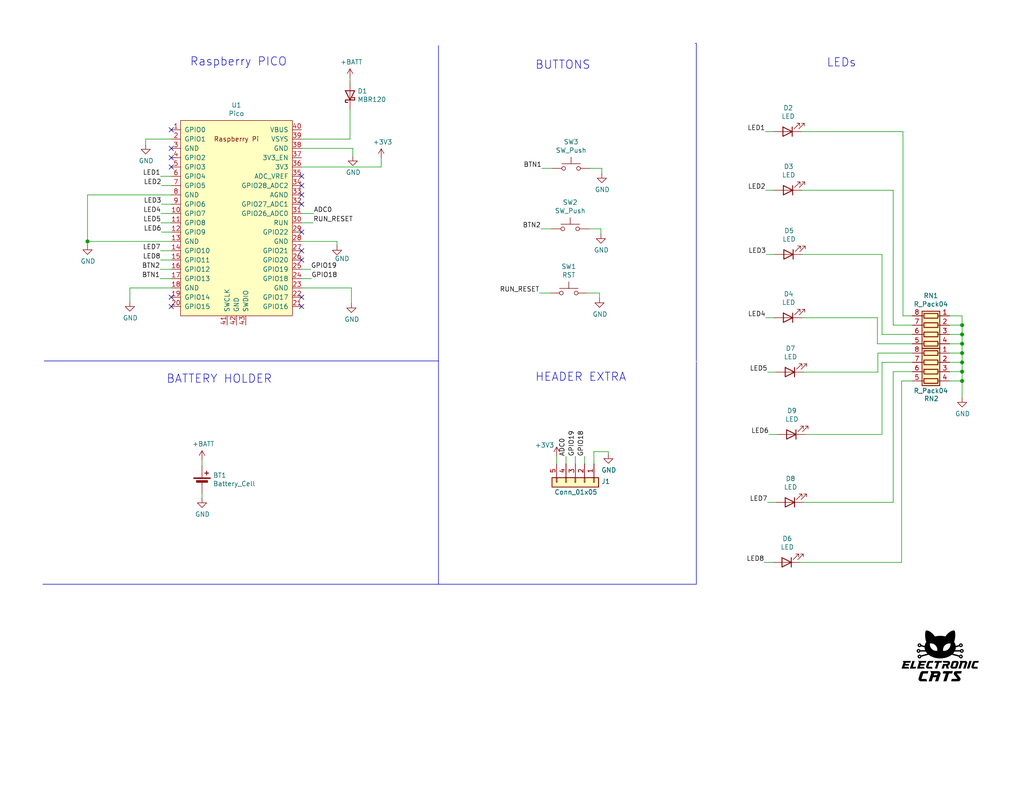
<source format=kicad_sch>
(kicad_sch (version 20230121) (generator eeschema)
  (paper "USLetter")
  (title_block (date "2021-08-14") (rev "1.0") (company "Electronic Cats") (comment 4 "Andres Sabas"))
  (lib_symbols
    (symbol "Connector_Generic:Conn_01x05" (pin_names (offset 1.016) hide)
      (property "Reference" "J" (at 0 7.62 0))
      (property "Value" "Conn_01x05" (at 0 -7.62 0))
      (symbol "Conn_01x05_1_1"
        (rectangle (start -1.27 -4.953) (end 0 -5.207) (stroke (width 0.1524)))
        (rectangle (start -1.27 -2.413) (end 0 -2.667) (stroke (width 0.1524)))
        (rectangle (start -1.27 0.127) (end 0 -0.127) (stroke (width 0.1524)))
        (rectangle (start -1.27 2.667) (end 0 2.413) (stroke (width 0.1524)))
        (rectangle (start -1.27 5.207) (end 0 4.953) (stroke (width 0.1524)))
        (rectangle (start -1.27 6.35) (end 1.27 -6.35) (stroke (width 0.254)) (fill (type background)))
        (pin passive line (at -5.08 5.08 0) (length 3.81) (name "Pin_1") (number "1"))
        (pin passive line (at -5.08 2.54 0) (length 3.81) (name "Pin_2") (number "2"))
        (pin passive line (at -5.08 0 0) (length 3.81) (name "Pin_3") (number "3"))
        (pin passive line (at -5.08 -2.54 0) (length 3.81) (name "Pin_4") (number "4"))
        (pin passive line (at -5.08 -5.08 0) (length 3.81) (name "Pin_5") (number "5"))
      )
    )
    (symbol "Device:Battery_Cell" (pin_numbers hide) (pin_names (offset 0) hide)
      (property "Reference" "BT" (at 2.54 2.54 0))
      (property "Value" "Battery_Cell" (at 2.54 0 0))
      (symbol "Battery_Cell_0_1"
        (rectangle (start -2.286 1.778) (end 2.286 1.524) (fill (type outline)))
        (rectangle (start -1.524 1.016) (end 1.524 0.508) (fill (type outline)))
        (polyline (pts (xy 0 0.762) (xy 0 0)))
        (polyline (pts (xy 0 1.778) (xy 0 2.54)))
        (polyline (pts (xy 0.762 3.048) (xy 1.778 3.048)) (stroke (width 0.254)))
        (polyline (pts (xy 1.27 3.556) (xy 1.27 2.54)) (stroke (width 0.254)))
      )
      (symbol "Battery_Cell_1_1"
        (pin passive line (at 0 5.08 270) (length 2.54) (name "+") (number "1"))
        (pin passive line (at 0 -2.54 90) (length 2.54) (name "-") (number "2"))
      )
    )
    (symbol "Device:LED" (pin_numbers hide) (pin_names (offset 1.016) hide)
      (property "Reference" "D" (at 0 2.54 0))
      (property "Value" "LED" (at 0 -2.54 0))
      (symbol "LED_0_1"
        (polyline (pts (xy -1.27 -1.27) (xy -1.27 1.27)) (stroke (width 0.254)))
        (polyline (pts (xy -1.27 0) (xy 1.27 0)))
        (polyline (pts (xy 1.27 -1.27) (xy 1.27 1.27) (xy -1.27 0) (xy 1.27 -1.27)) (stroke (width 0.254)))
        (polyline (pts (xy -3.048 -0.762) (xy -4.572 -2.286) (xy -3.81 -2.286) (xy -4.572 -2.286) (xy -4.572 -1.524)))
        (polyline (pts (xy -1.778 -0.762) (xy -3.302 -2.286) (xy -2.54 -2.286) (xy -3.302 -2.286) (xy -3.302 -1.524)))
      )
      (symbol "LED_1_1"
        (pin passive line (at -3.81 0 0) (length 2.54) (name "K") (number "1"))
        (pin passive line (at 3.81 0 180) (length 2.54) (name "A") (number "2"))
      )
    )
    (symbol "Device:R_Pack04" (pin_names (offset 0) hide)
      (property "Reference" "RN" (at -7.62 0 90))
      (property "Value" "R_Pack04" (at 5.08 0 90))
      (symbol "R_Pack04_0_1"
        (rectangle (start -6.35 -2.413) (end 3.81 2.413) (stroke (width 0.254)) (fill (type background)))
        (rectangle (start -5.715 1.905) (end -4.445 -1.905) (stroke (width 0.254)))
        (rectangle (start -3.175 1.905) (end -1.905 -1.905) (stroke (width 0.254)))
        (rectangle (start -0.635 1.905) (end 0.635 -1.905) (stroke (width 0.254)))
        (polyline (pts (xy -5.08 -2.54) (xy -5.08 -1.905)))
        (polyline (pts (xy -5.08 1.905) (xy -5.08 2.54)))
        (polyline (pts (xy -2.54 -2.54) (xy -2.54 -1.905)))
        (polyline (pts (xy -2.54 1.905) (xy -2.54 2.54)))
        (polyline (pts (xy 0 -2.54) (xy 0 -1.905)))
        (polyline (pts (xy 0 1.905) (xy 0 2.54)))
        (polyline (pts (xy 2.54 -2.54) (xy 2.54 -1.905)))
        (polyline (pts (xy 2.54 1.905) (xy 2.54 2.54)))
        (rectangle (start 1.905 1.905) (end 3.175 -1.905) (stroke (width 0.254)))
      )
      (symbol "R_Pack04_1_1"
        (pin passive line (at -5.08 -5.08 90) (length 2.54) (name "R1.1") (number "1"))
        (pin passive line (at -2.54 -5.08 90) (length 2.54) (name "R2.1") (number "2"))
        (pin passive line (at 0 -5.08 90) (length 2.54) (name "R3.1") (number "3"))
        (pin passive line (at 2.54 -5.08 90) (length 2.54) (name "R4.1") (number "4"))
        (pin passive line (at 2.54 5.08 270) (length 2.54) (name "R4.2") (number "5"))
        (pin passive line (at 0 5.08 270) (length 2.54) (name "R3.2") (number "6"))
        (pin passive line (at -2.54 5.08 270) (length 2.54) (name "R2.2") (number "7"))
        (pin passive line (at -5.08 5.08 270) (length 2.54) (name "R1.2") (number "8"))
      )
    )
    (symbol "Diode:MBR340" (pin_numbers hide) (pin_names (offset 1.016) hide)
      (property "Reference" "D" (at 0 2.54 0))
      (property "Value" "MBR340" (at 0 -2.54 0))
      (symbol "MBR340_0_1"
        (polyline (pts (xy 1.27 0) (xy -1.27 0)))
        (polyline (pts (xy 1.27 1.27) (xy 1.27 -1.27) (xy -1.27 0) (xy 1.27 1.27)) (stroke (width 0.254)))
        (polyline (pts (xy -1.905 0.635) (xy -1.905 1.27) (xy -1.27 1.27) (xy -1.27 -1.27) (xy -0.635 -1.27) (xy -0.635 -0.635)) (stroke (width 0.254)))
      )
      (symbol "MBR340_1_1"
        (pin passive line (at -3.81 0 0) (length 2.54) (name "K") (number "1"))
        (pin passive line (at 3.81 0 180) (length 2.54) (name "A") (number "2"))
      )
    )
    (symbol "LiveHacking-rescue:Pico-MCU_RaspberryPi_and_Boards" (pin_names (offset 1.016))
      (property "Reference" "U" (at -13.97 27.94 0))
      (property "Value" "Pico-MCU_RaspberryPi_and_Boards" (at 0 19.05 0))
      (symbol "Pico-MCU_RaspberryPi_and_Boards_0_0"
        (text "Raspberry Pi" (at 0 21.59 0) (effects (font (size 1.27 1.27))))
      )
      (symbol "Pico-MCU_RaspberryPi_and_Boards_0_1"
        (rectangle (start -15.24 26.67) (end 15.24 -26.67) (fill (type background)))
      )
      (symbol "Pico-MCU_RaspberryPi_and_Boards_1_1"
        (pin bidirectional line (at -17.78 24.13 0) (length 2.54) (name "GPIO0") (number "1"))
        (pin bidirectional line (at -17.78 1.27 0) (length 2.54) (name "GPIO7") (number "10"))
        (pin bidirectional line (at -17.78 -1.27 0) (length 2.54) (name "GPIO8") (number "11"))
        (pin bidirectional line (at -17.78 -3.81 0) (length 2.54) (name "GPIO9") (number "12"))
        (pin power_in line (at -17.78 -6.35 0) (length 2.54) (name "GND") (number "13"))
        (pin bidirectional line (at -17.78 -8.89 0) (length 2.54) (name "GPIO10") (number "14"))
        (pin bidirectional line (at -17.78 -11.43 0) (length 2.54) (name "GPIO11") (number "15"))
        (pin bidirectional line (at -17.78 -13.97 0) (length 2.54) (name "GPIO12") (number "16"))
        (pin bidirectional line (at -17.78 -16.51 0) (length 2.54) (name "GPIO13") (number "17"))
        (pin power_in line (at -17.78 -19.05 0) (length 2.54) (name "GND") (number "18"))
        (pin bidirectional line (at -17.78 -21.59 0) (length 2.54) (name "GPIO14") (number "19"))
        (pin bidirectional line (at -17.78 21.59 0) (length 2.54) (name "GPIO1") (number "2"))
        (pin bidirectional line (at -17.78 -24.13 0) (length 2.54) (name "GPIO15") (number "20"))
        (pin bidirectional line (at 17.78 -24.13 180) (length 2.54) (name "GPIO16") (number "21"))
        (pin bidirectional line (at 17.78 -21.59 180) (length 2.54) (name "GPIO17") (number "22"))
        (pin power_in line (at 17.78 -19.05 180) (length 2.54) (name "GND") (number "23"))
        (pin bidirectional line (at 17.78 -16.51 180) (length 2.54) (name "GPIO18") (number "24"))
        (pin bidirectional line (at 17.78 -13.97 180) (length 2.54) (name "GPIO19") (number "25"))
        (pin bidirectional line (at 17.78 -11.43 180) (length 2.54) (name "GPIO20") (number "26"))
        (pin bidirectional line (at 17.78 -8.89 180) (length 2.54) (name "GPIO21") (number "27"))
        (pin power_in line (at 17.78 -6.35 180) (length 2.54) (name "GND") (number "28"))
        (pin bidirectional line (at 17.78 -3.81 180) (length 2.54) (name "GPIO22") (number "29"))
        (pin power_in line (at -17.78 19.05 0) (length 2.54) (name "GND") (number "3"))
        (pin input line (at 17.78 -1.27 180) (length 2.54) (name "RUN") (number "30"))
        (pin bidirectional line (at 17.78 1.27 180) (length 2.54) (name "GPIO26_ADC0") (number "31"))
        (pin bidirectional line (at 17.78 3.81 180) (length 2.54) (name "GPIO27_ADC1") (number "32"))
        (pin power_in line (at 17.78 6.35 180) (length 2.54) (name "AGND") (number "33"))
        (pin bidirectional line (at 17.78 8.89 180) (length 2.54) (name "GPIO28_ADC2") (number "34"))
        (pin unspecified line (at 17.78 11.43 180) (length 2.54) (name "ADC_VREF") (number "35"))
        (pin unspecified line (at 17.78 13.97 180) (length 2.54) (name "3V3") (number "36"))
        (pin input line (at 17.78 16.51 180) (length 2.54) (name "3V3_EN") (number "37"))
        (pin bidirectional line (at 17.78 19.05 180) (length 2.54) (name "GND") (number "38"))
        (pin unspecified line (at 17.78 21.59 180) (length 2.54) (name "VSYS") (number "39"))
        (pin bidirectional line (at -17.78 16.51 0) (length 2.54) (name "GPIO2") (number "4"))
        (pin unspecified line (at 17.78 24.13 180) (length 2.54) (name "VBUS") (number "40"))
        (pin input line (at -2.54 -29.21 90) (length 2.54) (name "SWCLK") (number "41"))
        (pin power_in line (at 0 -29.21 90) (length 2.54) (name "GND") (number "42"))
        (pin bidirectional line (at 2.54 -29.21 90) (length 2.54) (name "SWDIO") (number "43"))
        (pin bidirectional line (at -17.78 13.97 0) (length 2.54) (name "GPIO3") (number "5"))
        (pin bidirectional line (at -17.78 11.43 0) (length 2.54) (name "GPIO4") (number "6"))
        (pin bidirectional line (at -17.78 8.89 0) (length 2.54) (name "GPIO5") (number "7"))
        (pin power_in line (at -17.78 6.35 0) (length 2.54) (name "GND") (number "8"))
        (pin bidirectional line (at -17.78 3.81 0) (length 2.54) (name "GPIO6") (number "9"))
      )
    )
    (symbol "Switch:SW_Push" (pin_numbers hide) (pin_names (offset 1.016) hide)
      (property "Reference" "SW" (at 1.27 2.54 0))
      (property "Value" "SW_Push" (at 0 -1.524 0))
      (symbol "SW_Push_0_1"
        (circle (center -2.032 0) (radius 0.508))
        (polyline (pts (xy 0 1.27) (xy 0 3.048)))
        (polyline (pts (xy 2.54 1.27) (xy -2.54 1.27)))
        (circle (center 2.032 0) (radius 0.508))
        (pin passive line (at -5.08 0 0) (length 2.54) (name "1") (number "1"))
        (pin passive line (at 5.08 0 180) (length 2.54) (name "2") (number "2"))
      )
    )
    (symbol "power:+3V3" (power) (pin_names (offset 0))
      (property "Value" "+3V3" (at 0 3.556 0))
      (symbol "+3V3_0_1"
        (polyline (pts (xy -0.762 1.27) (xy 0 2.54)))
        (polyline (pts (xy 0 0) (xy 0 2.54)))
        (polyline (pts (xy 0 2.54) (xy 0.762 1.27)))
      )
      (symbol "+3V3_1_1"
        (pin power_in line (at 0 0 90) (length 0) hide (name "+3V3") (number "1"))
      )
    )
    (symbol "power:+BATT" (power) (pin_names (offset 0))
      (property "Value" "+BATT" (at 0 3.556 0))
      (symbol "+BATT_0_1"
        (polyline (pts (xy -0.762 1.27) (xy 0 2.54)))
        (polyline (pts (xy 0 0) (xy 0 2.54)))
        (polyline (pts (xy 0 2.54) (xy 0.762 1.27)))
      )
      (symbol "+BATT_1_1"
        (pin power_in line (at 0 0 90) (length 0) hide (name "+BATT") (number "1"))
      )
    )
    (symbol "power:GND" (power) (pin_names (offset 0))
      (property "Value" "GND" (at 0 -3.81 0))
      (symbol "GND_0_1"
        (polyline (pts (xy 0 0) (xy 0 -1.27) (xy 1.27 -1.27) (xy 0 -2.54) (xy -1.27 -1.27) (xy 0 -1.27)))
      )
      (symbol "GND_1_1"
        (pin power_in line (at 0 0 270) (length 0) hide (name "GND") (number "1"))
      )
    )
  )
  (junction (at 23.876 65.913))
  (junction (at 262.509 98.933))
  (junction (at 262.509 101.473))
  (junction (at 262.509 96.393))
  (junction (at 262.509 104.013))
  (junction (at 262.509 93.853))
  (junction (at 262.509 88.773))
  (junction (at 262.509 91.313))
  (no_connect (at 46.736 35.433))
  (no_connect (at 82.296 83.693))
  (no_connect (at 46.736 40.513))
  (no_connect (at 82.296 55.753))
  (no_connect (at 82.296 68.453))
  (no_connect (at 46.736 45.593))
  (no_connect (at 82.296 50.673))
  (no_connect (at 82.296 53.213))
  (no_connect (at 82.296 48.133))
  (no_connect (at 46.736 81.153))
  (no_connect (at 46.736 43.053))
  (no_connect (at 82.296 81.153))
  (no_connect (at 82.296 70.993))
  (no_connect (at 46.736 83.693))
  (no_connect (at 82.296 63.373))
  (wire (pts (xy 82.296 45.593) (xy 104.013 45.593)))
  (wire (pts (xy 259.08 104.013) (xy 262.509 104.013)))
  (wire (pts (xy 259.08 93.853) (xy 262.509 93.853)))
  (wire (pts (xy 46.736 76.073) (xy 43.688 76.073)))
  (wire (pts (xy 239.395 86.741) (xy 218.821 86.741)))
  (wire (pts (xy 219.329 101.6) (xy 239.522 101.6)))
  (polyline (pts (xy 119.634 12.446) (xy 119.634 159.512)))
  (wire (pts (xy 82.296 58.293) (xy 85.598 58.293)))
  (wire (pts (xy 259.08 98.933) (xy 262.509 98.933)))
  (wire (pts (xy 218.44 153.543) (xy 245.999 153.543)))
  (wire (pts (xy 82.296 78.613) (xy 95.885 78.613)))
  (wire (pts (xy 211.201 51.943) (xy 208.915 51.943)))
  (wire (pts (xy 262.509 96.393) (xy 262.509 93.853)))
  (wire (pts (xy 160.655 62.484) (xy 163.957 62.484)))
  (wire (pts (xy 164.211 45.974) (xy 164.211 47.371)))
  (wire (pts (xy 163.576 80.01) (xy 163.576 81.407)))
  (wire (pts (xy 165.989 123.317) (xy 165.989 123.952)))
  (wire (pts (xy 160.274 80.01) (xy 163.576 80.01)))
  (wire (pts (xy 160.909 45.974) (xy 164.211 45.974)))
  (wire (pts (xy 95.885 78.613) (xy 95.885 82.804)))
  (wire (pts (xy 82.296 40.513) (xy 96.266 40.513)))
  (wire (pts (xy 55.118 125.603) (xy 55.118 127.127)))
  (polyline (pts (xy 189.992 159.512) (xy 189.992 98.806)))
  (wire (pts (xy 46.736 55.753) (xy 44.069 55.753)))
  (wire (pts (xy 23.876 66.929) (xy 23.876 65.913)))
  (wire (pts (xy 23.876 53.213) (xy 23.876 65.913)))
  (wire (pts (xy 46.736 60.833) (xy 43.942 60.833)))
  (wire (pts (xy 240.665 91.313) (xy 240.665 69.469)))
  (polyline (pts (xy 189.992 11.811) (xy 189.738 11.811)))
  (wire (pts (xy 151.892 126.619) (xy 151.892 124.587)))
  (wire (pts (xy 150.114 80.01) (xy 147.193 80.01)))
  (wire (pts (xy 39.751 37.973) (xy 39.751 39.497)))
  (polyline (pts (xy 189.992 98.552) (xy 189.992 11.811)))
  (wire (pts (xy 259.08 96.393) (xy 262.509 96.393)))
  (wire (pts (xy 91.948 65.913) (xy 91.948 67.056)))
  (wire (pts (xy 211.074 35.941) (xy 208.788 35.941)))
  (wire (pts (xy 211.201 86.741) (xy 208.915 86.741)))
  (wire (pts (xy 46.736 48.133) (xy 43.815 48.133)))
  (wire (pts (xy 246.38 86.233) (xy 248.92 86.233)))
  (wire (pts (xy 82.296 73.533) (xy 84.836 73.533)))
  (wire (pts (xy 55.118 134.747) (xy 55.118 136.017)))
  (wire (pts (xy 239.395 93.853) (xy 239.395 86.741)))
  (wire (pts (xy 82.296 65.913) (xy 91.948 65.913)))
  (wire (pts (xy 96.266 40.513) (xy 96.266 42.672)))
  (wire (pts (xy 82.296 60.833) (xy 85.471 60.833)))
  (wire (pts (xy 248.92 88.773) (xy 243.713 88.773)))
  (wire (pts (xy 211.328 69.469) (xy 209.042 69.469)))
  (wire (pts (xy 211.709 101.6) (xy 209.423 101.6)))
  (polyline (pts (xy 12.065 98.552) (xy 119.634 98.552)))
  (wire (pts (xy 46.736 73.533) (xy 43.688 73.533)))
  (wire (pts (xy 239.522 101.6) (xy 239.522 96.393)))
  (wire (pts (xy 243.713 137.16) (xy 243.713 101.473)))
  (wire (pts (xy 259.08 91.313) (xy 262.509 91.313)))
  (wire (pts (xy 82.296 76.073) (xy 84.963 76.073)))
  (wire (pts (xy 104.013 45.593) (xy 104.013 43.18)))
  (wire (pts (xy 262.509 101.473) (xy 262.509 98.933)))
  (wire (pts (xy 162.052 123.317) (xy 165.989 123.317)))
  (wire (pts (xy 245.999 104.013) (xy 248.92 104.013)))
  (wire (pts (xy 46.736 63.373) (xy 44.069 63.373)))
  (wire (pts (xy 46.736 50.673) (xy 44.069 50.673)))
  (wire (pts (xy 262.509 86.233) (xy 259.08 86.233)))
  (wire (pts (xy 240.665 118.618) (xy 219.71 118.618)))
  (wire (pts (xy 243.713 101.473) (xy 248.92 101.473)))
  (wire (pts (xy 243.713 88.773) (xy 243.713 51.943)))
  (wire (pts (xy 212.09 118.618) (xy 209.804 118.618)))
  (wire (pts (xy 46.736 58.293) (xy 43.942 58.293)))
  (wire (pts (xy 248.92 91.313) (xy 240.665 91.313)))
  (wire (pts (xy 162.052 123.317) (xy 162.052 126.619)))
  (wire (pts (xy 259.08 101.473) (xy 262.509 101.473)))
  (wire (pts (xy 23.876 53.213) (xy 46.736 53.213)))
  (wire (pts (xy 95.504 22.225) (xy 95.504 21.336)))
  (wire (pts (xy 95.504 37.973) (xy 95.504 29.845)))
  (wire (pts (xy 262.509 88.773) (xy 262.509 86.233)))
  (wire (pts (xy 248.92 93.853) (xy 239.395 93.853)))
  (wire (pts (xy 262.509 93.853) (xy 262.509 91.313)))
  (wire (pts (xy 262.509 104.013) (xy 262.509 101.473)))
  (wire (pts (xy 246.38 35.941) (xy 246.38 86.233)))
  (wire (pts (xy 219.329 137.16) (xy 243.713 137.16)))
  (wire (pts (xy 82.296 37.973) (xy 95.504 37.973)))
  (wire (pts (xy 243.713 51.943) (xy 218.821 51.943)))
  (wire (pts (xy 262.509 91.313) (xy 262.509 88.773)))
  (wire (pts (xy 46.736 65.913) (xy 23.876 65.913)))
  (wire (pts (xy 211.709 137.16) (xy 209.423 137.16)))
  (wire (pts (xy 156.972 126.619) (xy 156.972 124.587)))
  (wire (pts (xy 218.694 35.941) (xy 246.38 35.941)))
  (polyline (pts (xy 11.684 159.512) (xy 189.992 159.512)))
  (wire (pts (xy 46.736 68.453) (xy 43.815 68.453)))
  (wire (pts (xy 239.522 96.393) (xy 248.92 96.393)))
  (wire (pts (xy 210.82 153.543) (xy 208.534 153.543)))
  (wire (pts (xy 150.495 62.484) (xy 147.574 62.484)))
  (wire (pts (xy 46.736 70.993) (xy 43.815 70.993)))
  (wire (pts (xy 163.957 62.484) (xy 163.957 63.881)))
  (wire (pts (xy 262.509 108.585) (xy 262.509 104.013)))
  (wire (pts (xy 159.512 126.619) (xy 159.512 124.587)))
  (wire (pts (xy 259.08 88.773) (xy 262.509 88.773)))
  (wire (pts (xy 248.92 98.933) (xy 240.665 98.933)))
  (wire (pts (xy 240.665 69.469) (xy 218.948 69.469)))
  (wire (pts (xy 46.736 37.973) (xy 39.751 37.973)))
  (wire (pts (xy 245.999 153.543) (xy 245.999 104.013)))
  (wire (pts (xy 240.665 98.933) (xy 240.665 118.618)))
  (wire (pts (xy 35.433 78.613) (xy 35.433 82.423)))
  (wire (pts (xy 154.432 126.619) (xy 154.432 124.587)))
  (wire (pts (xy 262.509 98.933) (xy 262.509 96.393)))
  (wire (pts (xy 150.749 45.974) (xy 147.828 45.974)))
  (wire (pts (xy 46.736 78.613) (xy 35.433 78.613)))
  (image (at 256.54 179.07) (scale 0.25))
  (text "Raspberry PICO" (at 78.359 18.288 0) (effects (font (size 2.2606 2.2606)) (justify right bottom)))
  (text "BUTTONS" (at 161.163 19.177 0) (effects (font (size 2.2606 2.2606)) (justify right bottom)))
  (text "BATTERY HOLDER" (at 74.295 104.902 0) (effects (font (size 2.2606 2.2606)) (justify right bottom)))
  (text "LEDs" (at 233.68 18.542 0) (effects (font (size 2.2606 2.2606)) (justify right bottom)))
  (text "HEADER EXTRA" (at 170.942 104.394 0) (effects (font (size 2.2606 2.2606)) (justify right bottom)))
  (label "LED7" (at 209.423 137.16 180))
  (label "LED8" (at 208.534 153.543 180))
  (label "ADC0" (at 85.598 58.293 0))
  (label "RUN_RESET" (at 147.193 80.01 180))
  (label "LED3" (at 209.042 69.469 180))
  (label "GPIO19" (at 156.972 124.587 90))
  (label "LED5" (at 43.942 60.833 180))
  (label "LED2" (at 208.915 51.943 180))
  (label "LED2" (at 44.069 50.673 180))
  (label "GPIO19" (at 84.836 73.533 0))
  (label "LED5" (at 209.423 101.6 180))
  (label "RUN_RESET" (at 85.471 60.833 0))
  (label "GPIO18" (at 159.512 124.587 90))
  (label "BTN2" (at 43.688 73.533 180))
  (label "BTN1" (at 147.828 45.974 180))
  (label "LED1" (at 208.788 35.941 180))
  (label "GPIO18" (at 84.963 76.073 0))
  (label "LED8" (at 43.815 70.993 180))
  (label "LED1" (at 43.815 48.133 180))
  (label "LED4" (at 208.915 86.741 180))
  (label "ADC0" (at 154.432 124.587 90))
  (label "LED3" (at 44.069 55.753 180))
  (label "LED4" (at 43.942 58.293 180))
  (label "LED7" (at 43.815 68.453 180))
  (label "LED6" (at 209.804 118.618 180))
  (label "BTN1" (at 43.688 76.073 180))
  (label "BTN2" (at 147.574 62.484 180))
  (label "LED6" (at 44.069 63.373 180))
  (symbol (lib_id "LiveHacking-rescue:Pico-MCU_RaspberryPi_and_Boards") (at 64.516 59.563 0) (unit 1)
    (property "Reference" "U1" (at 64.516 28.702 0))
    (property "Value" "Pico" (at 64.516 31.0134 0))
    (property "Footprint" "Badge-LiveHacking:RPi_Pico_SMD_TH" (effects hide))
  )
  (symbol (lib_id "Device:Battery_Cell") (at 55.118 132.207 0) (unit 1)
    (property "Reference" "BT1" (at 58.1152 129.7686 0) (effects (justify left)))
    (property "Value" "Battery_Cell" (at 58.1152 132.08 0) (effects (justify left)))
    (property "Footprint" "Badge-LiveHacking:12BH423GR" (effects hide))
    (property "manf#" "12BH423-GR" (effects hide))
  )
  (symbol (lib_id "power:GND") (at 91.948 67.056 0) (unit 1)
    (property "Reference" "#PWR06" (effects hide))
    (property "Value" "GND" (at 93.345 70.612 0))
  )
  (symbol (lib_id "power:GND") (at 95.885 82.804 0) (unit 1)
    (property "Reference" "#PWR08" (effects hide))
    (property "Value" "GND" (at 96.012 87.1982 0))
  )
  (symbol (lib_id "Diode:MBR340") (at 95.504 26.035 90) (unit 1)
    (property "Reference" "D1" (at 97.536 24.8666 90) (effects (justify right)))
    (property "Value" "MBR120" (at 97.536 27.178 90) (effects (justify right)))
    (property "Footprint" "Diode_SMD:D_SOD-123F" (effects hide))
    (property "Datasheet" "http://www.onsemi.com/pub_link/Collateral/MBR340-D.PDF" (effects hide))
    (property "manf#" "MBR120LSFT3G" (effects hide))
  )
  (symbol (lib_id "power:GND") (at 35.433 82.423 0) (unit 1)
    (property "Reference" "#PWR02" (effects hide))
    (property "Value" "GND" (at 35.56 86.8172 0))
  )
  (symbol (lib_id "power:GND") (at 39.751 39.497 0) (unit 1)
    (property "Reference" "#PWR03" (effects hide))
    (property "Value" "GND" (at 39.878 43.8912 0))
  )
  (symbol (lib_id "power:GND") (at 96.266 42.672 0) (unit 1)
    (property "Reference" "#PWR09" (effects hide))
    (property "Value" "GND" (at 96.393 47.0662 0))
  )
  (symbol (lib_id "power:+BATT") (at 95.504 21.336 0) (unit 1)
    (property "Reference" "#PWR07" (effects hide))
    (property "Value" "+BATT" (at 95.885 16.9418 0))
  )
  (symbol (lib_id "power:+BATT") (at 55.118 125.603 0) (unit 1)
    (property "Reference" "#PWR04" (effects hide))
    (property "Value" "+BATT" (at 55.499 121.2088 0))
  )
  (symbol (lib_id "power:GND") (at 55.118 136.017 0) (unit 1)
    (property "Reference" "#PWR05" (effects hide))
    (property "Value" "GND" (at 55.245 140.4112 0))
  )
  (symbol (lib_id "Switch:SW_Push") (at 155.829 45.974 0) (unit 1)
    (property "Reference" "SW3" (at 155.829 38.735 0))
    (property "Value" "SW_Push" (at 155.829 41.0464 0))
    (property "Footprint" "Button_Switch_SMD:SW_SPST_TL3342" (effects hide))
  )
  (symbol (lib_id "power:GND") (at 164.211 47.371 0) (unit 1)
    (property "Reference" "#PWR014" (effects hide))
    (property "Value" "GND" (at 164.338 51.7652 0))
  )
  (symbol (lib_id "Switch:SW_Push") (at 155.575 62.484 0) (unit 1)
    (property "Reference" "SW2" (at 155.575 55.245 0))
    (property "Value" "SW_Push" (at 155.575 57.5564 0))
    (property "Footprint" "Button_Switch_SMD:SW_SPST_TL3342" (effects hide))
  )
  (symbol (lib_id "power:GND") (at 163.957 63.881 0) (unit 1)
    (property "Reference" "#PWR013" (effects hide))
    (property "Value" "GND" (at 164.084 68.2752 0))
  )
  (symbol (lib_id "Switch:SW_Push") (at 155.194 80.01 0) (unit 1)
    (property "Reference" "SW1" (at 155.194 72.771 0))
    (property "Value" "RST" (at 155.194 75.0824 0))
    (property "Footprint" "Button_Switch_SMD:SW_SPST_TL3342" (effects hide))
  )
  (symbol (lib_id "power:GND") (at 163.576 81.407 0) (unit 1)
    (property "Reference" "#PWR012" (effects hide))
    (property "Value" "GND" (at 163.703 85.8012 0))
  )
  (symbol (lib_id "Device:LED") (at 214.884 35.941 180) (unit 1)
    (property "Reference" "D2" (at 215.0618 29.464 0))
    (property "Value" "LED" (at 215.0618 31.7754 0))
    (property "Footprint" "Badge-LiveHacking:LYT77K-K2M1-NoHole" (effects hide))
    (property "manf#" "AA3528SECKT/J309" (effects hide))
  )
  (symbol (lib_id "Device:LED") (at 215.011 51.943 180) (unit 1)
    (property "Reference" "D3" (at 215.1888 45.466 0))
    (property "Value" "LED" (at 215.1888 47.7774 0))
    (property "Footprint" "Badge-LiveHacking:LYT77K-K2M1-NoHole" (effects hide))
    (property "manf#" "AA3528SECKT/J309" (effects hide))
  )
  (symbol (lib_id "Device:LED") (at 215.519 101.6 180) (unit 1)
    (property "Reference" "D7" (at 215.6968 95.123 0))
    (property "Value" "LED" (at 215.6968 97.4344 0))
    (property "Footprint" "Badge-LiveHacking:LYT77K-K2M1-NoHole" (effects hide))
    (property "manf#" "AA3528SECKT/J309" (effects hide))
  )
  (symbol (lib_id "Device:LED") (at 215.9 118.618 180) (unit 1)
    (property "Reference" "D9" (at 216.0778 112.141 0))
    (property "Value" "LED" (at 216.0778 114.4524 0))
    (property "Footprint" "Badge-LiveHacking:LYT77K-K2M1-NoHole" (effects hide))
    (property "manf#" "AA3528SECKT/J309" (effects hide))
  )
  (symbol (lib_id "Device:LED") (at 215.138 69.469 180) (unit 1)
    (property "Reference" "D5" (at 215.3158 62.992 0))
    (property "Value" "LED" (at 215.3158 65.3034 0))
    (property "Footprint" "Badge-LiveHacking:LYT77K-K2M1-NoHole" (effects hide))
    (property "manf#" "AA3528SECKT/J309" (effects hide))
  )
  (symbol (lib_id "Device:LED") (at 215.011 86.741 180) (unit 1)
    (property "Reference" "D4" (at 215.1888 80.264 0))
    (property "Value" "LED" (at 215.1888 82.5754 0))
    (property "Footprint" "Badge-LiveHacking:LYT77K-K2M1-NoHole" (effects hide))
    (property "manf#" "AA3528SECKT/J309" (effects hide))
  )
  (symbol (lib_id "Device:LED") (at 215.519 137.16 180) (unit 1)
    (property "Reference" "D8" (at 215.6968 130.683 0))
    (property "Value" "LED" (at 215.6968 132.9944 0))
    (property "Footprint" "Badge-LiveHacking:LYT77K-K2M1-NoHole" (effects hide))
    (property "manf#" "AA3528SECKT/J309" (effects hide))
  )
  (symbol (lib_id "Device:LED") (at 214.63 153.543 180) (unit 1)
    (property "Reference" "D6" (at 214.8078 147.066 0))
    (property "Value" "LED" (at 214.8078 149.3774 0))
    (property "Footprint" "Badge-LiveHacking:LYT77K-K2M1-NoHole" (effects hide))
    (property "manf#" "AA3528SECKT/J309" (effects hide))
  )
  (symbol (lib_id "power:GND") (at 262.509 108.585 0) (unit 1)
    (property "Reference" "#PWR0101" (effects hide))
    (property "Value" "GND" (at 262.636 112.9792 0))
  )
  (symbol (lib_id "power:GND") (at 23.876 66.929 0) (unit 1)
    (property "Reference" "#PWR01" (effects hide))
    (property "Value" "GND" (at 24.003 71.3232 0))
  )
  (symbol (lib_id "Connector_Generic:Conn_01x05") (at 156.972 131.699 270) (unit 1)
    (property "Reference" "J1" (at 164.084 131.445 90) (effects (justify left)))
    (property "Value" "Conn_01x05" (at 151.257 134.366 90) (effects (justify left)))
    (property "Footprint" "Connector_PinHeader_2.54mm:PinHeader_1x05_P2.54mm_Vertical" (effects hide))
  )
  (symbol (lib_id "power:GND") (at 165.989 123.952 0) (unit 1)
    (property "Reference" "#PWR015" (effects hide))
    (property "Value" "GND" (at 166.116 128.3462 0))
  )
  (symbol (lib_id "power:+3V3") (at 151.892 124.587 0) (unit 1)
    (property "Reference" "#PWR011" (effects hide))
    (property "Value" "+3V3" (at 148.59 121.539 0))
  )
  (symbol (lib_id "power:+3V3") (at 104.013 43.18 0) (unit 1)
    (property "Reference" "#PWR010" (effects hide))
    (property "Value" "+3V3" (at 104.394 38.7858 0))
  )
  (symbol (lib_id "Device:R_Pack04") (at 254 91.313 90) (mirror x) (unit 1)
    (property "Reference" "RN1" (at 254 80.7212 90))
    (property "Value" "R_Pack04" (at 254 83.0326 90))
    (property "Footprint" "Resistor_SMD:R_Array_Convex_4x0603" (effects hide))
    (property "manf#" "CAY16-221J4LF" (effects hide))
  )
  (symbol (lib_id "Device:R_Pack04") (at 254 101.473 90) (mirror x) (unit 1)
    (property "Reference" "RN2" (at 254.127 108.839 90))
    (property "Value" "R_Pack04" (at 254 106.68 90))
    (property "Footprint" "Resistor_SMD:R_Array_Convex_4x0603" (effects hide))
    (property "manf#" "CAY16-221J4LF" (effects hide))
  )
)
</source>
